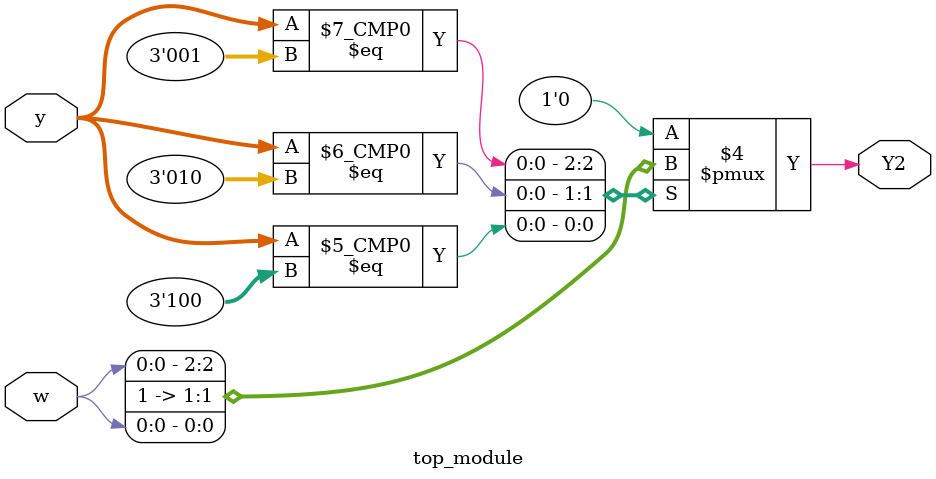
<source format=sv>
module top_module(
    input [3:1] y,
    input w,
    output reg Y2
    );

    always @(*) begin
        case (y)
            3'b000: Y2 = 0; // A
            3'b001: Y2 = w; // B
            3'b010: Y2 = 1; // C
            3'b011: Y2 = 0; // D
            3'b100: Y2 = w; // E
            3'b101: Y2 = 0; // F
            default: Y2 = 0; // default case to handle undefined states
        endcase
    end
endmodule

</source>
